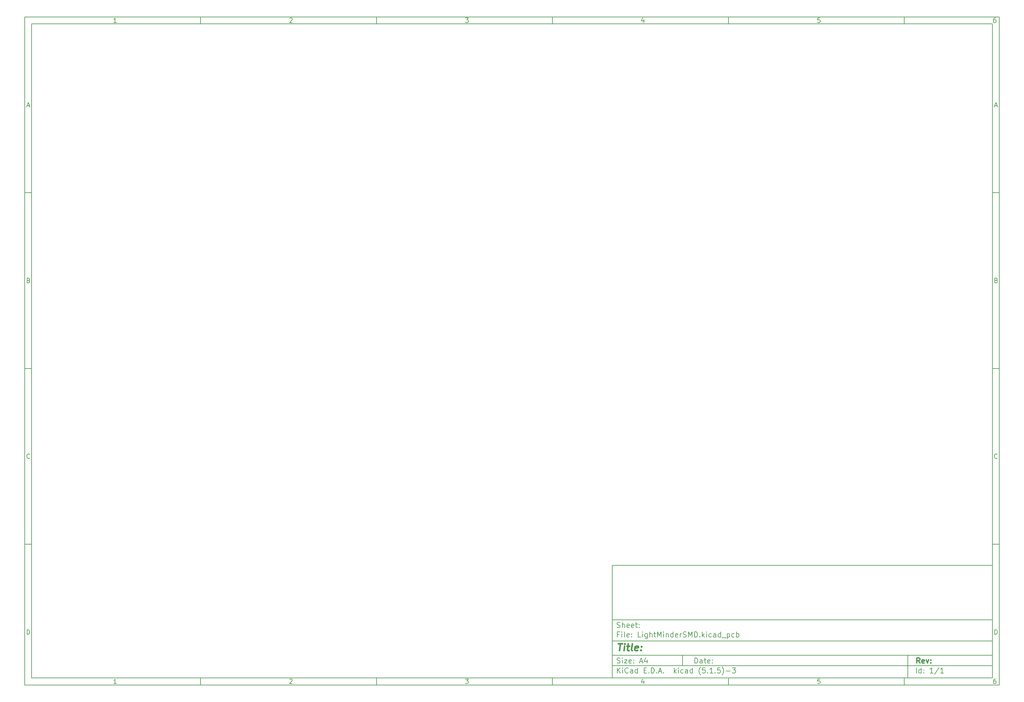
<source format=gbr>
G04 #@! TF.GenerationSoftware,KiCad,Pcbnew,(5.1.5)-3*
G04 #@! TF.CreationDate,2021-06-29T15:52:26+01:00*
G04 #@! TF.ProjectId,LightMinderSMD,4c696768-744d-4696-9e64-6572534d442e,rev?*
G04 #@! TF.SameCoordinates,Original*
G04 #@! TF.FileFunction,Other,Comment*
%FSLAX46Y46*%
G04 Gerber Fmt 4.6, Leading zero omitted, Abs format (unit mm)*
G04 Created by KiCad (PCBNEW (5.1.5)-3) date 2021-06-29 15:52:26*
%MOMM*%
%LPD*%
G04 APERTURE LIST*
%ADD10C,0.100000*%
%ADD11C,0.150000*%
%ADD12C,0.300000*%
%ADD13C,0.400000*%
G04 APERTURE END LIST*
D10*
D11*
X177002200Y-166007200D02*
X177002200Y-198007200D01*
X285002200Y-198007200D01*
X285002200Y-166007200D01*
X177002200Y-166007200D01*
D10*
D11*
X10000000Y-10000000D02*
X10000000Y-200007200D01*
X287002200Y-200007200D01*
X287002200Y-10000000D01*
X10000000Y-10000000D01*
D10*
D11*
X12000000Y-12000000D02*
X12000000Y-198007200D01*
X285002200Y-198007200D01*
X285002200Y-12000000D01*
X12000000Y-12000000D01*
D10*
D11*
X60000000Y-12000000D02*
X60000000Y-10000000D01*
D10*
D11*
X110000000Y-12000000D02*
X110000000Y-10000000D01*
D10*
D11*
X160000000Y-12000000D02*
X160000000Y-10000000D01*
D10*
D11*
X210000000Y-12000000D02*
X210000000Y-10000000D01*
D10*
D11*
X260000000Y-12000000D02*
X260000000Y-10000000D01*
D10*
D11*
X36065476Y-11588095D02*
X35322619Y-11588095D01*
X35694047Y-11588095D02*
X35694047Y-10288095D01*
X35570238Y-10473809D01*
X35446428Y-10597619D01*
X35322619Y-10659523D01*
D10*
D11*
X85322619Y-10411904D02*
X85384523Y-10350000D01*
X85508333Y-10288095D01*
X85817857Y-10288095D01*
X85941666Y-10350000D01*
X86003571Y-10411904D01*
X86065476Y-10535714D01*
X86065476Y-10659523D01*
X86003571Y-10845238D01*
X85260714Y-11588095D01*
X86065476Y-11588095D01*
D10*
D11*
X135260714Y-10288095D02*
X136065476Y-10288095D01*
X135632142Y-10783333D01*
X135817857Y-10783333D01*
X135941666Y-10845238D01*
X136003571Y-10907142D01*
X136065476Y-11030952D01*
X136065476Y-11340476D01*
X136003571Y-11464285D01*
X135941666Y-11526190D01*
X135817857Y-11588095D01*
X135446428Y-11588095D01*
X135322619Y-11526190D01*
X135260714Y-11464285D01*
D10*
D11*
X185941666Y-10721428D02*
X185941666Y-11588095D01*
X185632142Y-10226190D02*
X185322619Y-11154761D01*
X186127380Y-11154761D01*
D10*
D11*
X236003571Y-10288095D02*
X235384523Y-10288095D01*
X235322619Y-10907142D01*
X235384523Y-10845238D01*
X235508333Y-10783333D01*
X235817857Y-10783333D01*
X235941666Y-10845238D01*
X236003571Y-10907142D01*
X236065476Y-11030952D01*
X236065476Y-11340476D01*
X236003571Y-11464285D01*
X235941666Y-11526190D01*
X235817857Y-11588095D01*
X235508333Y-11588095D01*
X235384523Y-11526190D01*
X235322619Y-11464285D01*
D10*
D11*
X285941666Y-10288095D02*
X285694047Y-10288095D01*
X285570238Y-10350000D01*
X285508333Y-10411904D01*
X285384523Y-10597619D01*
X285322619Y-10845238D01*
X285322619Y-11340476D01*
X285384523Y-11464285D01*
X285446428Y-11526190D01*
X285570238Y-11588095D01*
X285817857Y-11588095D01*
X285941666Y-11526190D01*
X286003571Y-11464285D01*
X286065476Y-11340476D01*
X286065476Y-11030952D01*
X286003571Y-10907142D01*
X285941666Y-10845238D01*
X285817857Y-10783333D01*
X285570238Y-10783333D01*
X285446428Y-10845238D01*
X285384523Y-10907142D01*
X285322619Y-11030952D01*
D10*
D11*
X60000000Y-198007200D02*
X60000000Y-200007200D01*
D10*
D11*
X110000000Y-198007200D02*
X110000000Y-200007200D01*
D10*
D11*
X160000000Y-198007200D02*
X160000000Y-200007200D01*
D10*
D11*
X210000000Y-198007200D02*
X210000000Y-200007200D01*
D10*
D11*
X260000000Y-198007200D02*
X260000000Y-200007200D01*
D10*
D11*
X36065476Y-199595295D02*
X35322619Y-199595295D01*
X35694047Y-199595295D02*
X35694047Y-198295295D01*
X35570238Y-198481009D01*
X35446428Y-198604819D01*
X35322619Y-198666723D01*
D10*
D11*
X85322619Y-198419104D02*
X85384523Y-198357200D01*
X85508333Y-198295295D01*
X85817857Y-198295295D01*
X85941666Y-198357200D01*
X86003571Y-198419104D01*
X86065476Y-198542914D01*
X86065476Y-198666723D01*
X86003571Y-198852438D01*
X85260714Y-199595295D01*
X86065476Y-199595295D01*
D10*
D11*
X135260714Y-198295295D02*
X136065476Y-198295295D01*
X135632142Y-198790533D01*
X135817857Y-198790533D01*
X135941666Y-198852438D01*
X136003571Y-198914342D01*
X136065476Y-199038152D01*
X136065476Y-199347676D01*
X136003571Y-199471485D01*
X135941666Y-199533390D01*
X135817857Y-199595295D01*
X135446428Y-199595295D01*
X135322619Y-199533390D01*
X135260714Y-199471485D01*
D10*
D11*
X185941666Y-198728628D02*
X185941666Y-199595295D01*
X185632142Y-198233390D02*
X185322619Y-199161961D01*
X186127380Y-199161961D01*
D10*
D11*
X236003571Y-198295295D02*
X235384523Y-198295295D01*
X235322619Y-198914342D01*
X235384523Y-198852438D01*
X235508333Y-198790533D01*
X235817857Y-198790533D01*
X235941666Y-198852438D01*
X236003571Y-198914342D01*
X236065476Y-199038152D01*
X236065476Y-199347676D01*
X236003571Y-199471485D01*
X235941666Y-199533390D01*
X235817857Y-199595295D01*
X235508333Y-199595295D01*
X235384523Y-199533390D01*
X235322619Y-199471485D01*
D10*
D11*
X285941666Y-198295295D02*
X285694047Y-198295295D01*
X285570238Y-198357200D01*
X285508333Y-198419104D01*
X285384523Y-198604819D01*
X285322619Y-198852438D01*
X285322619Y-199347676D01*
X285384523Y-199471485D01*
X285446428Y-199533390D01*
X285570238Y-199595295D01*
X285817857Y-199595295D01*
X285941666Y-199533390D01*
X286003571Y-199471485D01*
X286065476Y-199347676D01*
X286065476Y-199038152D01*
X286003571Y-198914342D01*
X285941666Y-198852438D01*
X285817857Y-198790533D01*
X285570238Y-198790533D01*
X285446428Y-198852438D01*
X285384523Y-198914342D01*
X285322619Y-199038152D01*
D10*
D11*
X10000000Y-60000000D02*
X12000000Y-60000000D01*
D10*
D11*
X10000000Y-110000000D02*
X12000000Y-110000000D01*
D10*
D11*
X10000000Y-160000000D02*
X12000000Y-160000000D01*
D10*
D11*
X10690476Y-35216666D02*
X11309523Y-35216666D01*
X10566666Y-35588095D02*
X11000000Y-34288095D01*
X11433333Y-35588095D01*
D10*
D11*
X11092857Y-84907142D02*
X11278571Y-84969047D01*
X11340476Y-85030952D01*
X11402380Y-85154761D01*
X11402380Y-85340476D01*
X11340476Y-85464285D01*
X11278571Y-85526190D01*
X11154761Y-85588095D01*
X10659523Y-85588095D01*
X10659523Y-84288095D01*
X11092857Y-84288095D01*
X11216666Y-84350000D01*
X11278571Y-84411904D01*
X11340476Y-84535714D01*
X11340476Y-84659523D01*
X11278571Y-84783333D01*
X11216666Y-84845238D01*
X11092857Y-84907142D01*
X10659523Y-84907142D01*
D10*
D11*
X11402380Y-135464285D02*
X11340476Y-135526190D01*
X11154761Y-135588095D01*
X11030952Y-135588095D01*
X10845238Y-135526190D01*
X10721428Y-135402380D01*
X10659523Y-135278571D01*
X10597619Y-135030952D01*
X10597619Y-134845238D01*
X10659523Y-134597619D01*
X10721428Y-134473809D01*
X10845238Y-134350000D01*
X11030952Y-134288095D01*
X11154761Y-134288095D01*
X11340476Y-134350000D01*
X11402380Y-134411904D01*
D10*
D11*
X10659523Y-185588095D02*
X10659523Y-184288095D01*
X10969047Y-184288095D01*
X11154761Y-184350000D01*
X11278571Y-184473809D01*
X11340476Y-184597619D01*
X11402380Y-184845238D01*
X11402380Y-185030952D01*
X11340476Y-185278571D01*
X11278571Y-185402380D01*
X11154761Y-185526190D01*
X10969047Y-185588095D01*
X10659523Y-185588095D01*
D10*
D11*
X287002200Y-60000000D02*
X285002200Y-60000000D01*
D10*
D11*
X287002200Y-110000000D02*
X285002200Y-110000000D01*
D10*
D11*
X287002200Y-160000000D02*
X285002200Y-160000000D01*
D10*
D11*
X285692676Y-35216666D02*
X286311723Y-35216666D01*
X285568866Y-35588095D02*
X286002200Y-34288095D01*
X286435533Y-35588095D01*
D10*
D11*
X286095057Y-84907142D02*
X286280771Y-84969047D01*
X286342676Y-85030952D01*
X286404580Y-85154761D01*
X286404580Y-85340476D01*
X286342676Y-85464285D01*
X286280771Y-85526190D01*
X286156961Y-85588095D01*
X285661723Y-85588095D01*
X285661723Y-84288095D01*
X286095057Y-84288095D01*
X286218866Y-84350000D01*
X286280771Y-84411904D01*
X286342676Y-84535714D01*
X286342676Y-84659523D01*
X286280771Y-84783333D01*
X286218866Y-84845238D01*
X286095057Y-84907142D01*
X285661723Y-84907142D01*
D10*
D11*
X286404580Y-135464285D02*
X286342676Y-135526190D01*
X286156961Y-135588095D01*
X286033152Y-135588095D01*
X285847438Y-135526190D01*
X285723628Y-135402380D01*
X285661723Y-135278571D01*
X285599819Y-135030952D01*
X285599819Y-134845238D01*
X285661723Y-134597619D01*
X285723628Y-134473809D01*
X285847438Y-134350000D01*
X286033152Y-134288095D01*
X286156961Y-134288095D01*
X286342676Y-134350000D01*
X286404580Y-134411904D01*
D10*
D11*
X285661723Y-185588095D02*
X285661723Y-184288095D01*
X285971247Y-184288095D01*
X286156961Y-184350000D01*
X286280771Y-184473809D01*
X286342676Y-184597619D01*
X286404580Y-184845238D01*
X286404580Y-185030952D01*
X286342676Y-185278571D01*
X286280771Y-185402380D01*
X286156961Y-185526190D01*
X285971247Y-185588095D01*
X285661723Y-185588095D01*
D10*
D11*
X200434342Y-193785771D02*
X200434342Y-192285771D01*
X200791485Y-192285771D01*
X201005771Y-192357200D01*
X201148628Y-192500057D01*
X201220057Y-192642914D01*
X201291485Y-192928628D01*
X201291485Y-193142914D01*
X201220057Y-193428628D01*
X201148628Y-193571485D01*
X201005771Y-193714342D01*
X200791485Y-193785771D01*
X200434342Y-193785771D01*
X202577200Y-193785771D02*
X202577200Y-193000057D01*
X202505771Y-192857200D01*
X202362914Y-192785771D01*
X202077200Y-192785771D01*
X201934342Y-192857200D01*
X202577200Y-193714342D02*
X202434342Y-193785771D01*
X202077200Y-193785771D01*
X201934342Y-193714342D01*
X201862914Y-193571485D01*
X201862914Y-193428628D01*
X201934342Y-193285771D01*
X202077200Y-193214342D01*
X202434342Y-193214342D01*
X202577200Y-193142914D01*
X203077200Y-192785771D02*
X203648628Y-192785771D01*
X203291485Y-192285771D02*
X203291485Y-193571485D01*
X203362914Y-193714342D01*
X203505771Y-193785771D01*
X203648628Y-193785771D01*
X204720057Y-193714342D02*
X204577200Y-193785771D01*
X204291485Y-193785771D01*
X204148628Y-193714342D01*
X204077200Y-193571485D01*
X204077200Y-193000057D01*
X204148628Y-192857200D01*
X204291485Y-192785771D01*
X204577200Y-192785771D01*
X204720057Y-192857200D01*
X204791485Y-193000057D01*
X204791485Y-193142914D01*
X204077200Y-193285771D01*
X205434342Y-193642914D02*
X205505771Y-193714342D01*
X205434342Y-193785771D01*
X205362914Y-193714342D01*
X205434342Y-193642914D01*
X205434342Y-193785771D01*
X205434342Y-192857200D02*
X205505771Y-192928628D01*
X205434342Y-193000057D01*
X205362914Y-192928628D01*
X205434342Y-192857200D01*
X205434342Y-193000057D01*
D10*
D11*
X177002200Y-194507200D02*
X285002200Y-194507200D01*
D10*
D11*
X178434342Y-196585771D02*
X178434342Y-195085771D01*
X179291485Y-196585771D02*
X178648628Y-195728628D01*
X179291485Y-195085771D02*
X178434342Y-195942914D01*
X179934342Y-196585771D02*
X179934342Y-195585771D01*
X179934342Y-195085771D02*
X179862914Y-195157200D01*
X179934342Y-195228628D01*
X180005771Y-195157200D01*
X179934342Y-195085771D01*
X179934342Y-195228628D01*
X181505771Y-196442914D02*
X181434342Y-196514342D01*
X181220057Y-196585771D01*
X181077200Y-196585771D01*
X180862914Y-196514342D01*
X180720057Y-196371485D01*
X180648628Y-196228628D01*
X180577200Y-195942914D01*
X180577200Y-195728628D01*
X180648628Y-195442914D01*
X180720057Y-195300057D01*
X180862914Y-195157200D01*
X181077200Y-195085771D01*
X181220057Y-195085771D01*
X181434342Y-195157200D01*
X181505771Y-195228628D01*
X182791485Y-196585771D02*
X182791485Y-195800057D01*
X182720057Y-195657200D01*
X182577200Y-195585771D01*
X182291485Y-195585771D01*
X182148628Y-195657200D01*
X182791485Y-196514342D02*
X182648628Y-196585771D01*
X182291485Y-196585771D01*
X182148628Y-196514342D01*
X182077200Y-196371485D01*
X182077200Y-196228628D01*
X182148628Y-196085771D01*
X182291485Y-196014342D01*
X182648628Y-196014342D01*
X182791485Y-195942914D01*
X184148628Y-196585771D02*
X184148628Y-195085771D01*
X184148628Y-196514342D02*
X184005771Y-196585771D01*
X183720057Y-196585771D01*
X183577200Y-196514342D01*
X183505771Y-196442914D01*
X183434342Y-196300057D01*
X183434342Y-195871485D01*
X183505771Y-195728628D01*
X183577200Y-195657200D01*
X183720057Y-195585771D01*
X184005771Y-195585771D01*
X184148628Y-195657200D01*
X186005771Y-195800057D02*
X186505771Y-195800057D01*
X186720057Y-196585771D02*
X186005771Y-196585771D01*
X186005771Y-195085771D01*
X186720057Y-195085771D01*
X187362914Y-196442914D02*
X187434342Y-196514342D01*
X187362914Y-196585771D01*
X187291485Y-196514342D01*
X187362914Y-196442914D01*
X187362914Y-196585771D01*
X188077200Y-196585771D02*
X188077200Y-195085771D01*
X188434342Y-195085771D01*
X188648628Y-195157200D01*
X188791485Y-195300057D01*
X188862914Y-195442914D01*
X188934342Y-195728628D01*
X188934342Y-195942914D01*
X188862914Y-196228628D01*
X188791485Y-196371485D01*
X188648628Y-196514342D01*
X188434342Y-196585771D01*
X188077200Y-196585771D01*
X189577200Y-196442914D02*
X189648628Y-196514342D01*
X189577200Y-196585771D01*
X189505771Y-196514342D01*
X189577200Y-196442914D01*
X189577200Y-196585771D01*
X190220057Y-196157200D02*
X190934342Y-196157200D01*
X190077200Y-196585771D02*
X190577200Y-195085771D01*
X191077200Y-196585771D01*
X191577200Y-196442914D02*
X191648628Y-196514342D01*
X191577200Y-196585771D01*
X191505771Y-196514342D01*
X191577200Y-196442914D01*
X191577200Y-196585771D01*
X194577200Y-196585771D02*
X194577200Y-195085771D01*
X194720057Y-196014342D02*
X195148628Y-196585771D01*
X195148628Y-195585771D02*
X194577200Y-196157200D01*
X195791485Y-196585771D02*
X195791485Y-195585771D01*
X195791485Y-195085771D02*
X195720057Y-195157200D01*
X195791485Y-195228628D01*
X195862914Y-195157200D01*
X195791485Y-195085771D01*
X195791485Y-195228628D01*
X197148628Y-196514342D02*
X197005771Y-196585771D01*
X196720057Y-196585771D01*
X196577200Y-196514342D01*
X196505771Y-196442914D01*
X196434342Y-196300057D01*
X196434342Y-195871485D01*
X196505771Y-195728628D01*
X196577200Y-195657200D01*
X196720057Y-195585771D01*
X197005771Y-195585771D01*
X197148628Y-195657200D01*
X198434342Y-196585771D02*
X198434342Y-195800057D01*
X198362914Y-195657200D01*
X198220057Y-195585771D01*
X197934342Y-195585771D01*
X197791485Y-195657200D01*
X198434342Y-196514342D02*
X198291485Y-196585771D01*
X197934342Y-196585771D01*
X197791485Y-196514342D01*
X197720057Y-196371485D01*
X197720057Y-196228628D01*
X197791485Y-196085771D01*
X197934342Y-196014342D01*
X198291485Y-196014342D01*
X198434342Y-195942914D01*
X199791485Y-196585771D02*
X199791485Y-195085771D01*
X199791485Y-196514342D02*
X199648628Y-196585771D01*
X199362914Y-196585771D01*
X199220057Y-196514342D01*
X199148628Y-196442914D01*
X199077200Y-196300057D01*
X199077200Y-195871485D01*
X199148628Y-195728628D01*
X199220057Y-195657200D01*
X199362914Y-195585771D01*
X199648628Y-195585771D01*
X199791485Y-195657200D01*
X202077200Y-197157200D02*
X202005771Y-197085771D01*
X201862914Y-196871485D01*
X201791485Y-196728628D01*
X201720057Y-196514342D01*
X201648628Y-196157200D01*
X201648628Y-195871485D01*
X201720057Y-195514342D01*
X201791485Y-195300057D01*
X201862914Y-195157200D01*
X202005771Y-194942914D01*
X202077200Y-194871485D01*
X203362914Y-195085771D02*
X202648628Y-195085771D01*
X202577200Y-195800057D01*
X202648628Y-195728628D01*
X202791485Y-195657200D01*
X203148628Y-195657200D01*
X203291485Y-195728628D01*
X203362914Y-195800057D01*
X203434342Y-195942914D01*
X203434342Y-196300057D01*
X203362914Y-196442914D01*
X203291485Y-196514342D01*
X203148628Y-196585771D01*
X202791485Y-196585771D01*
X202648628Y-196514342D01*
X202577200Y-196442914D01*
X204077200Y-196442914D02*
X204148628Y-196514342D01*
X204077200Y-196585771D01*
X204005771Y-196514342D01*
X204077200Y-196442914D01*
X204077200Y-196585771D01*
X205577200Y-196585771D02*
X204720057Y-196585771D01*
X205148628Y-196585771D02*
X205148628Y-195085771D01*
X205005771Y-195300057D01*
X204862914Y-195442914D01*
X204720057Y-195514342D01*
X206220057Y-196442914D02*
X206291485Y-196514342D01*
X206220057Y-196585771D01*
X206148628Y-196514342D01*
X206220057Y-196442914D01*
X206220057Y-196585771D01*
X207648628Y-195085771D02*
X206934342Y-195085771D01*
X206862914Y-195800057D01*
X206934342Y-195728628D01*
X207077200Y-195657200D01*
X207434342Y-195657200D01*
X207577200Y-195728628D01*
X207648628Y-195800057D01*
X207720057Y-195942914D01*
X207720057Y-196300057D01*
X207648628Y-196442914D01*
X207577200Y-196514342D01*
X207434342Y-196585771D01*
X207077200Y-196585771D01*
X206934342Y-196514342D01*
X206862914Y-196442914D01*
X208220057Y-197157200D02*
X208291485Y-197085771D01*
X208434342Y-196871485D01*
X208505771Y-196728628D01*
X208577200Y-196514342D01*
X208648628Y-196157200D01*
X208648628Y-195871485D01*
X208577200Y-195514342D01*
X208505771Y-195300057D01*
X208434342Y-195157200D01*
X208291485Y-194942914D01*
X208220057Y-194871485D01*
X209362914Y-196014342D02*
X210505771Y-196014342D01*
X211077200Y-195085771D02*
X212005771Y-195085771D01*
X211505771Y-195657200D01*
X211720057Y-195657200D01*
X211862914Y-195728628D01*
X211934342Y-195800057D01*
X212005771Y-195942914D01*
X212005771Y-196300057D01*
X211934342Y-196442914D01*
X211862914Y-196514342D01*
X211720057Y-196585771D01*
X211291485Y-196585771D01*
X211148628Y-196514342D01*
X211077200Y-196442914D01*
D10*
D11*
X177002200Y-191507200D02*
X285002200Y-191507200D01*
D10*
D12*
X264411485Y-193785771D02*
X263911485Y-193071485D01*
X263554342Y-193785771D02*
X263554342Y-192285771D01*
X264125771Y-192285771D01*
X264268628Y-192357200D01*
X264340057Y-192428628D01*
X264411485Y-192571485D01*
X264411485Y-192785771D01*
X264340057Y-192928628D01*
X264268628Y-193000057D01*
X264125771Y-193071485D01*
X263554342Y-193071485D01*
X265625771Y-193714342D02*
X265482914Y-193785771D01*
X265197200Y-193785771D01*
X265054342Y-193714342D01*
X264982914Y-193571485D01*
X264982914Y-193000057D01*
X265054342Y-192857200D01*
X265197200Y-192785771D01*
X265482914Y-192785771D01*
X265625771Y-192857200D01*
X265697200Y-193000057D01*
X265697200Y-193142914D01*
X264982914Y-193285771D01*
X266197200Y-192785771D02*
X266554342Y-193785771D01*
X266911485Y-192785771D01*
X267482914Y-193642914D02*
X267554342Y-193714342D01*
X267482914Y-193785771D01*
X267411485Y-193714342D01*
X267482914Y-193642914D01*
X267482914Y-193785771D01*
X267482914Y-192857200D02*
X267554342Y-192928628D01*
X267482914Y-193000057D01*
X267411485Y-192928628D01*
X267482914Y-192857200D01*
X267482914Y-193000057D01*
D10*
D11*
X178362914Y-193714342D02*
X178577200Y-193785771D01*
X178934342Y-193785771D01*
X179077200Y-193714342D01*
X179148628Y-193642914D01*
X179220057Y-193500057D01*
X179220057Y-193357200D01*
X179148628Y-193214342D01*
X179077200Y-193142914D01*
X178934342Y-193071485D01*
X178648628Y-193000057D01*
X178505771Y-192928628D01*
X178434342Y-192857200D01*
X178362914Y-192714342D01*
X178362914Y-192571485D01*
X178434342Y-192428628D01*
X178505771Y-192357200D01*
X178648628Y-192285771D01*
X179005771Y-192285771D01*
X179220057Y-192357200D01*
X179862914Y-193785771D02*
X179862914Y-192785771D01*
X179862914Y-192285771D02*
X179791485Y-192357200D01*
X179862914Y-192428628D01*
X179934342Y-192357200D01*
X179862914Y-192285771D01*
X179862914Y-192428628D01*
X180434342Y-192785771D02*
X181220057Y-192785771D01*
X180434342Y-193785771D01*
X181220057Y-193785771D01*
X182362914Y-193714342D02*
X182220057Y-193785771D01*
X181934342Y-193785771D01*
X181791485Y-193714342D01*
X181720057Y-193571485D01*
X181720057Y-193000057D01*
X181791485Y-192857200D01*
X181934342Y-192785771D01*
X182220057Y-192785771D01*
X182362914Y-192857200D01*
X182434342Y-193000057D01*
X182434342Y-193142914D01*
X181720057Y-193285771D01*
X183077200Y-193642914D02*
X183148628Y-193714342D01*
X183077200Y-193785771D01*
X183005771Y-193714342D01*
X183077200Y-193642914D01*
X183077200Y-193785771D01*
X183077200Y-192857200D02*
X183148628Y-192928628D01*
X183077200Y-193000057D01*
X183005771Y-192928628D01*
X183077200Y-192857200D01*
X183077200Y-193000057D01*
X184862914Y-193357200D02*
X185577200Y-193357200D01*
X184720057Y-193785771D02*
X185220057Y-192285771D01*
X185720057Y-193785771D01*
X186862914Y-192785771D02*
X186862914Y-193785771D01*
X186505771Y-192214342D02*
X186148628Y-193285771D01*
X187077200Y-193285771D01*
D10*
D11*
X263434342Y-196585771D02*
X263434342Y-195085771D01*
X264791485Y-196585771D02*
X264791485Y-195085771D01*
X264791485Y-196514342D02*
X264648628Y-196585771D01*
X264362914Y-196585771D01*
X264220057Y-196514342D01*
X264148628Y-196442914D01*
X264077200Y-196300057D01*
X264077200Y-195871485D01*
X264148628Y-195728628D01*
X264220057Y-195657200D01*
X264362914Y-195585771D01*
X264648628Y-195585771D01*
X264791485Y-195657200D01*
X265505771Y-196442914D02*
X265577200Y-196514342D01*
X265505771Y-196585771D01*
X265434342Y-196514342D01*
X265505771Y-196442914D01*
X265505771Y-196585771D01*
X265505771Y-195657200D02*
X265577200Y-195728628D01*
X265505771Y-195800057D01*
X265434342Y-195728628D01*
X265505771Y-195657200D01*
X265505771Y-195800057D01*
X268148628Y-196585771D02*
X267291485Y-196585771D01*
X267720057Y-196585771D02*
X267720057Y-195085771D01*
X267577200Y-195300057D01*
X267434342Y-195442914D01*
X267291485Y-195514342D01*
X269862914Y-195014342D02*
X268577200Y-196942914D01*
X271148628Y-196585771D02*
X270291485Y-196585771D01*
X270720057Y-196585771D02*
X270720057Y-195085771D01*
X270577200Y-195300057D01*
X270434342Y-195442914D01*
X270291485Y-195514342D01*
D10*
D11*
X177002200Y-187507200D02*
X285002200Y-187507200D01*
D10*
D13*
X178714580Y-188211961D02*
X179857438Y-188211961D01*
X179036009Y-190211961D02*
X179286009Y-188211961D01*
X180274104Y-190211961D02*
X180440771Y-188878628D01*
X180524104Y-188211961D02*
X180416961Y-188307200D01*
X180500295Y-188402438D01*
X180607438Y-188307200D01*
X180524104Y-188211961D01*
X180500295Y-188402438D01*
X181107438Y-188878628D02*
X181869342Y-188878628D01*
X181476485Y-188211961D02*
X181262200Y-189926247D01*
X181333628Y-190116723D01*
X181512200Y-190211961D01*
X181702676Y-190211961D01*
X182655057Y-190211961D02*
X182476485Y-190116723D01*
X182405057Y-189926247D01*
X182619342Y-188211961D01*
X184190771Y-190116723D02*
X183988390Y-190211961D01*
X183607438Y-190211961D01*
X183428866Y-190116723D01*
X183357438Y-189926247D01*
X183452676Y-189164342D01*
X183571723Y-188973866D01*
X183774104Y-188878628D01*
X184155057Y-188878628D01*
X184333628Y-188973866D01*
X184405057Y-189164342D01*
X184381247Y-189354819D01*
X183405057Y-189545295D01*
X185155057Y-190021485D02*
X185238390Y-190116723D01*
X185131247Y-190211961D01*
X185047914Y-190116723D01*
X185155057Y-190021485D01*
X185131247Y-190211961D01*
X185286009Y-188973866D02*
X185369342Y-189069104D01*
X185262200Y-189164342D01*
X185178866Y-189069104D01*
X185286009Y-188973866D01*
X185262200Y-189164342D01*
D10*
D11*
X178934342Y-185600057D02*
X178434342Y-185600057D01*
X178434342Y-186385771D02*
X178434342Y-184885771D01*
X179148628Y-184885771D01*
X179720057Y-186385771D02*
X179720057Y-185385771D01*
X179720057Y-184885771D02*
X179648628Y-184957200D01*
X179720057Y-185028628D01*
X179791485Y-184957200D01*
X179720057Y-184885771D01*
X179720057Y-185028628D01*
X180648628Y-186385771D02*
X180505771Y-186314342D01*
X180434342Y-186171485D01*
X180434342Y-184885771D01*
X181791485Y-186314342D02*
X181648628Y-186385771D01*
X181362914Y-186385771D01*
X181220057Y-186314342D01*
X181148628Y-186171485D01*
X181148628Y-185600057D01*
X181220057Y-185457200D01*
X181362914Y-185385771D01*
X181648628Y-185385771D01*
X181791485Y-185457200D01*
X181862914Y-185600057D01*
X181862914Y-185742914D01*
X181148628Y-185885771D01*
X182505771Y-186242914D02*
X182577200Y-186314342D01*
X182505771Y-186385771D01*
X182434342Y-186314342D01*
X182505771Y-186242914D01*
X182505771Y-186385771D01*
X182505771Y-185457200D02*
X182577200Y-185528628D01*
X182505771Y-185600057D01*
X182434342Y-185528628D01*
X182505771Y-185457200D01*
X182505771Y-185600057D01*
X185077200Y-186385771D02*
X184362914Y-186385771D01*
X184362914Y-184885771D01*
X185577200Y-186385771D02*
X185577200Y-185385771D01*
X185577200Y-184885771D02*
X185505771Y-184957200D01*
X185577200Y-185028628D01*
X185648628Y-184957200D01*
X185577200Y-184885771D01*
X185577200Y-185028628D01*
X186934342Y-185385771D02*
X186934342Y-186600057D01*
X186862914Y-186742914D01*
X186791485Y-186814342D01*
X186648628Y-186885771D01*
X186434342Y-186885771D01*
X186291485Y-186814342D01*
X186934342Y-186314342D02*
X186791485Y-186385771D01*
X186505771Y-186385771D01*
X186362914Y-186314342D01*
X186291485Y-186242914D01*
X186220057Y-186100057D01*
X186220057Y-185671485D01*
X186291485Y-185528628D01*
X186362914Y-185457200D01*
X186505771Y-185385771D01*
X186791485Y-185385771D01*
X186934342Y-185457200D01*
X187648628Y-186385771D02*
X187648628Y-184885771D01*
X188291485Y-186385771D02*
X188291485Y-185600057D01*
X188220057Y-185457200D01*
X188077200Y-185385771D01*
X187862914Y-185385771D01*
X187720057Y-185457200D01*
X187648628Y-185528628D01*
X188791485Y-185385771D02*
X189362914Y-185385771D01*
X189005771Y-184885771D02*
X189005771Y-186171485D01*
X189077200Y-186314342D01*
X189220057Y-186385771D01*
X189362914Y-186385771D01*
X189862914Y-186385771D02*
X189862914Y-184885771D01*
X190362914Y-185957200D01*
X190862914Y-184885771D01*
X190862914Y-186385771D01*
X191577200Y-186385771D02*
X191577200Y-185385771D01*
X191577200Y-184885771D02*
X191505771Y-184957200D01*
X191577200Y-185028628D01*
X191648628Y-184957200D01*
X191577200Y-184885771D01*
X191577200Y-185028628D01*
X192291485Y-185385771D02*
X192291485Y-186385771D01*
X192291485Y-185528628D02*
X192362914Y-185457200D01*
X192505771Y-185385771D01*
X192720057Y-185385771D01*
X192862914Y-185457200D01*
X192934342Y-185600057D01*
X192934342Y-186385771D01*
X194291485Y-186385771D02*
X194291485Y-184885771D01*
X194291485Y-186314342D02*
X194148628Y-186385771D01*
X193862914Y-186385771D01*
X193720057Y-186314342D01*
X193648628Y-186242914D01*
X193577200Y-186100057D01*
X193577200Y-185671485D01*
X193648628Y-185528628D01*
X193720057Y-185457200D01*
X193862914Y-185385771D01*
X194148628Y-185385771D01*
X194291485Y-185457200D01*
X195577200Y-186314342D02*
X195434342Y-186385771D01*
X195148628Y-186385771D01*
X195005771Y-186314342D01*
X194934342Y-186171485D01*
X194934342Y-185600057D01*
X195005771Y-185457200D01*
X195148628Y-185385771D01*
X195434342Y-185385771D01*
X195577200Y-185457200D01*
X195648628Y-185600057D01*
X195648628Y-185742914D01*
X194934342Y-185885771D01*
X196291485Y-186385771D02*
X196291485Y-185385771D01*
X196291485Y-185671485D02*
X196362914Y-185528628D01*
X196434342Y-185457200D01*
X196577200Y-185385771D01*
X196720057Y-185385771D01*
X197148628Y-186314342D02*
X197362914Y-186385771D01*
X197720057Y-186385771D01*
X197862914Y-186314342D01*
X197934342Y-186242914D01*
X198005771Y-186100057D01*
X198005771Y-185957200D01*
X197934342Y-185814342D01*
X197862914Y-185742914D01*
X197720057Y-185671485D01*
X197434342Y-185600057D01*
X197291485Y-185528628D01*
X197220057Y-185457200D01*
X197148628Y-185314342D01*
X197148628Y-185171485D01*
X197220057Y-185028628D01*
X197291485Y-184957200D01*
X197434342Y-184885771D01*
X197791485Y-184885771D01*
X198005771Y-184957200D01*
X198648628Y-186385771D02*
X198648628Y-184885771D01*
X199148628Y-185957200D01*
X199648628Y-184885771D01*
X199648628Y-186385771D01*
X200362914Y-186385771D02*
X200362914Y-184885771D01*
X200720057Y-184885771D01*
X200934342Y-184957200D01*
X201077200Y-185100057D01*
X201148628Y-185242914D01*
X201220057Y-185528628D01*
X201220057Y-185742914D01*
X201148628Y-186028628D01*
X201077200Y-186171485D01*
X200934342Y-186314342D01*
X200720057Y-186385771D01*
X200362914Y-186385771D01*
X201862914Y-186242914D02*
X201934342Y-186314342D01*
X201862914Y-186385771D01*
X201791485Y-186314342D01*
X201862914Y-186242914D01*
X201862914Y-186385771D01*
X202577200Y-186385771D02*
X202577200Y-184885771D01*
X202720057Y-185814342D02*
X203148628Y-186385771D01*
X203148628Y-185385771D02*
X202577200Y-185957200D01*
X203791485Y-186385771D02*
X203791485Y-185385771D01*
X203791485Y-184885771D02*
X203720057Y-184957200D01*
X203791485Y-185028628D01*
X203862914Y-184957200D01*
X203791485Y-184885771D01*
X203791485Y-185028628D01*
X205148628Y-186314342D02*
X205005771Y-186385771D01*
X204720057Y-186385771D01*
X204577200Y-186314342D01*
X204505771Y-186242914D01*
X204434342Y-186100057D01*
X204434342Y-185671485D01*
X204505771Y-185528628D01*
X204577200Y-185457200D01*
X204720057Y-185385771D01*
X205005771Y-185385771D01*
X205148628Y-185457200D01*
X206434342Y-186385771D02*
X206434342Y-185600057D01*
X206362914Y-185457200D01*
X206220057Y-185385771D01*
X205934342Y-185385771D01*
X205791485Y-185457200D01*
X206434342Y-186314342D02*
X206291485Y-186385771D01*
X205934342Y-186385771D01*
X205791485Y-186314342D01*
X205720057Y-186171485D01*
X205720057Y-186028628D01*
X205791485Y-185885771D01*
X205934342Y-185814342D01*
X206291485Y-185814342D01*
X206434342Y-185742914D01*
X207791485Y-186385771D02*
X207791485Y-184885771D01*
X207791485Y-186314342D02*
X207648628Y-186385771D01*
X207362914Y-186385771D01*
X207220057Y-186314342D01*
X207148628Y-186242914D01*
X207077200Y-186100057D01*
X207077200Y-185671485D01*
X207148628Y-185528628D01*
X207220057Y-185457200D01*
X207362914Y-185385771D01*
X207648628Y-185385771D01*
X207791485Y-185457200D01*
X208148628Y-186528628D02*
X209291485Y-186528628D01*
X209648628Y-185385771D02*
X209648628Y-186885771D01*
X209648628Y-185457200D02*
X209791485Y-185385771D01*
X210077200Y-185385771D01*
X210220057Y-185457200D01*
X210291485Y-185528628D01*
X210362914Y-185671485D01*
X210362914Y-186100057D01*
X210291485Y-186242914D01*
X210220057Y-186314342D01*
X210077200Y-186385771D01*
X209791485Y-186385771D01*
X209648628Y-186314342D01*
X211648628Y-186314342D02*
X211505771Y-186385771D01*
X211220057Y-186385771D01*
X211077200Y-186314342D01*
X211005771Y-186242914D01*
X210934342Y-186100057D01*
X210934342Y-185671485D01*
X211005771Y-185528628D01*
X211077200Y-185457200D01*
X211220057Y-185385771D01*
X211505771Y-185385771D01*
X211648628Y-185457200D01*
X212291485Y-186385771D02*
X212291485Y-184885771D01*
X212291485Y-185457200D02*
X212434342Y-185385771D01*
X212720057Y-185385771D01*
X212862914Y-185457200D01*
X212934342Y-185528628D01*
X213005771Y-185671485D01*
X213005771Y-186100057D01*
X212934342Y-186242914D01*
X212862914Y-186314342D01*
X212720057Y-186385771D01*
X212434342Y-186385771D01*
X212291485Y-186314342D01*
D10*
D11*
X177002200Y-181507200D02*
X285002200Y-181507200D01*
D10*
D11*
X178362914Y-183614342D02*
X178577200Y-183685771D01*
X178934342Y-183685771D01*
X179077200Y-183614342D01*
X179148628Y-183542914D01*
X179220057Y-183400057D01*
X179220057Y-183257200D01*
X179148628Y-183114342D01*
X179077200Y-183042914D01*
X178934342Y-182971485D01*
X178648628Y-182900057D01*
X178505771Y-182828628D01*
X178434342Y-182757200D01*
X178362914Y-182614342D01*
X178362914Y-182471485D01*
X178434342Y-182328628D01*
X178505771Y-182257200D01*
X178648628Y-182185771D01*
X179005771Y-182185771D01*
X179220057Y-182257200D01*
X179862914Y-183685771D02*
X179862914Y-182185771D01*
X180505771Y-183685771D02*
X180505771Y-182900057D01*
X180434342Y-182757200D01*
X180291485Y-182685771D01*
X180077200Y-182685771D01*
X179934342Y-182757200D01*
X179862914Y-182828628D01*
X181791485Y-183614342D02*
X181648628Y-183685771D01*
X181362914Y-183685771D01*
X181220057Y-183614342D01*
X181148628Y-183471485D01*
X181148628Y-182900057D01*
X181220057Y-182757200D01*
X181362914Y-182685771D01*
X181648628Y-182685771D01*
X181791485Y-182757200D01*
X181862914Y-182900057D01*
X181862914Y-183042914D01*
X181148628Y-183185771D01*
X183077200Y-183614342D02*
X182934342Y-183685771D01*
X182648628Y-183685771D01*
X182505771Y-183614342D01*
X182434342Y-183471485D01*
X182434342Y-182900057D01*
X182505771Y-182757200D01*
X182648628Y-182685771D01*
X182934342Y-182685771D01*
X183077200Y-182757200D01*
X183148628Y-182900057D01*
X183148628Y-183042914D01*
X182434342Y-183185771D01*
X183577200Y-182685771D02*
X184148628Y-182685771D01*
X183791485Y-182185771D02*
X183791485Y-183471485D01*
X183862914Y-183614342D01*
X184005771Y-183685771D01*
X184148628Y-183685771D01*
X184648628Y-183542914D02*
X184720057Y-183614342D01*
X184648628Y-183685771D01*
X184577200Y-183614342D01*
X184648628Y-183542914D01*
X184648628Y-183685771D01*
X184648628Y-182757200D02*
X184720057Y-182828628D01*
X184648628Y-182900057D01*
X184577200Y-182828628D01*
X184648628Y-182757200D01*
X184648628Y-182900057D01*
D10*
D11*
X197002200Y-191507200D02*
X197002200Y-194507200D01*
D10*
D11*
X261002200Y-191507200D02*
X261002200Y-198007200D01*
M02*

</source>
